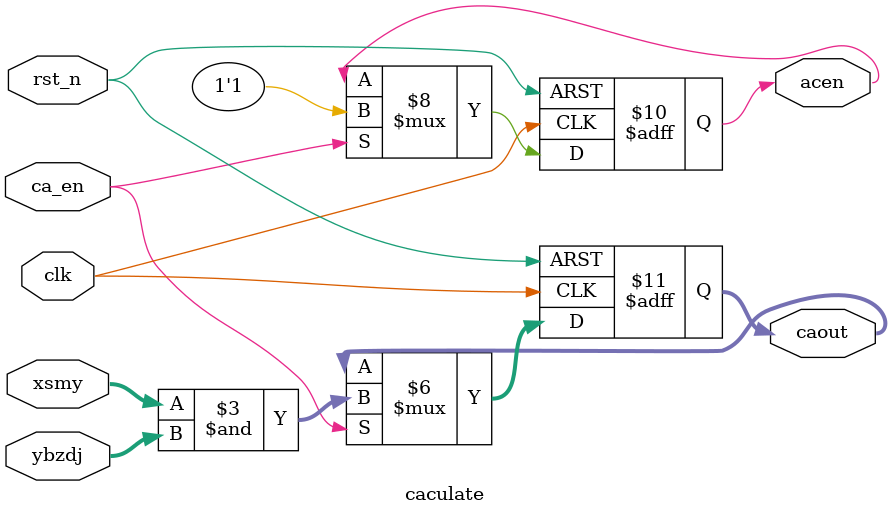
<source format=v>
module caculate(
clk,
rst_n,
xsmy,
ybzdj,
ca_en,
caout,
acen
    );
  parameter N=128;     //协商密钥长度
  
  input clk;         //时钟信号
  input rst_n;       //复位信号
  input [N-1:0] xsmy;   //协商密钥输入
  input [N-1:0] ybzdj;   //元胞自动机输入
  input  ca_en;     //使能
  output acen;             //累加器使能端
  output reg [N-1:0] caout=0;   //计算结果输出

  reg acen=0;

always@(posedge clk or negedge rst_n)
begin
  if(!rst_n)
    begin
       acen<=0;
       caout<=0;
    end
  else
    begin
       if(ca_en)
         begin
            caout<=xsmy&ybzdj;
            acen<=1;
         end
    end
     
end
 


endmodule

</source>
